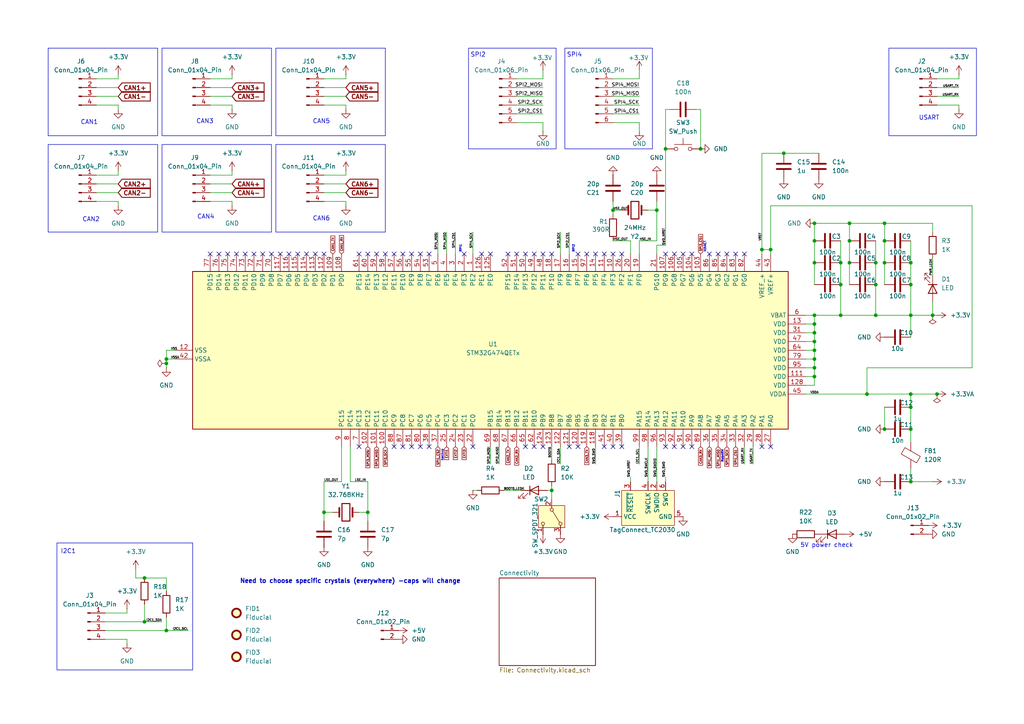
<source format=kicad_sch>
(kicad_sch (version 20250114) (generator "eeschema") (generator_version "9.0")
  (paper "A4")
  (rectangle (start 13.97 41.91) (end 45.72 67.31))
  (rectangle (start 135.89 13.97) (end 161.29 43.18))
  (rectangle (start 46.99 13.97) (end 78.74 39.37))
  (rectangle (start 16.51 157.48) (end 55.88 194.31))
  (rectangle (start 80.01 13.97) (end 111.76 39.37))
  (rectangle (start 46.99 41.91) (end 78.74 67.31))
  (rectangle (start 80.01 41.91) (end 111.76 67.31))
  (rectangle (start 163.83 13.97) (end 189.23 43.18))
  (rectangle (start 257.81 13.97) (end 283.21 39.37))
  (rectangle (start 13.97 13.97) (end 45.72 39.37))
  (text "SPI2" (at 138.684 16.002 0) (effects (font (size 1.27 1.27))))
  (text "CAN2" (at 26.416 63.754 0) (effects (font (size 1.27 1.27))))
  (text "RobARM" (at 209.55 132.334 90) (effects (font (size 0.635 0.635))))
  (text "USART\n" (at 269.494 34.29 0) (effects (font (size 1.27 1.27))))
  (text "CAN1" (at 25.908 35.56 0) (effects (font (size 1.27 1.27))))
  (text "5V power check" (at 239.776 158.242 0) (effects (font (size 1.27 1.27))))
  (text "RPI1" (at 133.604 72.136 90) (effects (font (size 0.635 0.635))))
  (text "backup" (at 128.27 132.08 90) (effects (font (size 0.635 0.635))))
  (text "CAN6" (at 93.218 63.5 0) (effects (font (size 1.27 1.27))))
  (text "SPI4" (at 166.624 16.002 0) (effects (font (size 1.27 1.27))))
  (text "4thACT" (at 204.47 71.628 90) (effects (font (size 0.635 0.635))))
  (text "CAN5" (at 93.218 35.306 0) (effects (font (size 1.27 1.27))))
  (text "CAN3" (at 59.436 35.306 0) (effects (font (size 1.27 1.27))))
  (text "I2C1" (at 19.812 160.02 0) (effects (font (size 1.27 1.27))))
  (text "RPI2" (at 166.37 72.136 90) (effects (font (size 0.635 0.635))))
  (text "CAN4" (at 59.69 62.992 0) (effects (font (size 1.27 1.27))))
  (text "Need to choose specific crystals (everywhere) -caps will change" (at 101.6 168.656 0) (effects (font (size 1.27 1.27) (thickness 0.254) (bold yes))))
  (junction (at 106.68 148.59))
  (junction (at 254 91.44))
  (junction (at 256.54 124.46))
  (junction (at 251.46 114.3))
  (junction (at 48.26 182.88))
  (junction (at 236.22 96.52))
  (junction (at 243.84 76.2))
  (junction (at 264.16 118.11))
  (junction (at 264.16 76.2))
  (junction (at 246.38 64.77))
  (junction (at 264.16 124.46))
  (junction (at 236.22 99.06))
  (junction (at 264.16 139.7))
  (junction (at 41.91 167.64))
  (junction (at 236.22 106.68))
  (junction (at 236.22 93.98))
  (junction (at 236.22 104.14))
  (junction (at 203.2 43.18))
  (junction (at 41.91 180.34))
  (junction (at 256.54 69.85))
  (junction (at 270.51 91.44))
  (junction (at 190.5 60.96))
  (junction (at 193.04 43.18))
  (junction (at 243.84 82.55))
  (junction (at 256.54 64.77))
  (junction (at 246.38 76.2))
  (junction (at 246.38 69.85))
  (junction (at 254 76.2))
  (junction (at 236.22 69.85))
  (junction (at 93.98 148.59))
  (junction (at 243.84 91.44))
  (junction (at 271.78 114.3))
  (junction (at 264.16 91.44))
  (junction (at 254 82.55))
  (junction (at 160.02 142.24))
  (junction (at 236.22 76.2))
  (junction (at 236.22 109.22))
  (junction (at 177.8 60.96))
  (junction (at 256.54 76.2))
  (junction (at 48.26 105.41))
  (junction (at 48.26 104.14))
  (junction (at 223.52 72.39))
  (junction (at 264.16 82.55))
  (junction (at 236.22 91.44))
  (junction (at 236.22 101.6))
  (junction (at 227.33 44.45))
  (junction (at 236.22 64.77))
  (junction (at 220.98 72.39))
  (junction (at 264.16 114.3))
  (no_connect (at 170.18 73.66))
  (no_connect (at 114.3 73.66))
  (no_connect (at 167.64 73.66))
  (no_connect (at 215.9 73.66))
  (no_connect (at 172.72 73.66))
  (no_connect (at 154.94 73.66))
  (no_connect (at 78.74 73.66))
  (no_connect (at 152.4 129.54))
  (no_connect (at 160.02 73.66))
  (no_connect (at 116.84 73.66))
  (no_connect (at 157.48 73.66))
  (no_connect (at 83.82 73.66))
  (no_connect (at 193.04 73.66))
  (no_connect (at 104.14 73.66))
  (no_connect (at 175.26 73.66))
  (no_connect (at 71.12 73.66))
  (no_connect (at 147.32 73.66))
  (no_connect (at 88.9 73.66))
  (no_connect (at 220.98 129.54))
  (no_connect (at 124.46 129.54))
  (no_connect (at 73.66 73.66))
  (no_connect (at 66.04 73.66))
  (no_connect (at 175.26 129.54))
  (no_connect (at 104.14 129.54))
  (no_connect (at 119.38 73.66))
  (no_connect (at 91.44 73.66))
  (no_connect (at 114.3 129.54))
  (no_connect (at 86.36 73.66))
  (no_connect (at 198.12 129.54))
  (no_connect (at 210.82 73.66))
  (no_connect (at 205.74 73.66))
  (no_connect (at 68.58 73.66))
  (no_connect (at 121.92 73.66))
  (no_connect (at 116.84 129.54))
  (no_connect (at 177.8 129.54))
  (no_connect (at 76.2 73.66))
  (no_connect (at 167.64 129.54))
  (no_connect (at 109.22 73.66))
  (no_connect (at 60.96 73.66))
  (no_connect (at 81.28 73.66))
  (no_connect (at 180.34 73.66))
  (no_connect (at 124.46 73.66))
  (no_connect (at 200.66 129.54))
  (no_connect (at 165.1 129.54))
  (no_connect (at 137.16 129.54))
  (no_connect (at 223.52 129.54))
  (no_connect (at 195.58 73.66))
  (no_connect (at 119.38 129.54))
  (no_connect (at 134.62 73.66))
  (no_connect (at 198.12 73.66))
  (no_connect (at 154.94 129.54))
  (no_connect (at 195.58 129.54))
  (no_connect (at 193.04 129.54))
  (no_connect (at 149.86 73.66))
  (no_connect (at 106.68 73.66))
  (no_connect (at 121.92 129.54))
  (no_connect (at 157.48 129.54))
  (no_connect (at 152.4 73.66))
  (no_connect (at 139.7 73.66))
  (no_connect (at 180.34 129.54))
  (no_connect (at 142.24 73.66))
  (no_connect (at 177.8 73.66))
  (no_connect (at 213.36 73.66))
  (no_connect (at 208.28 73.66))
  (no_connect (at 111.76 73.66))
  (no_connect (at 200.66 73.66))
  (no_connect (at 93.98 73.66))
  (no_connect (at 63.5 73.66))
  (wire (pts (xy 36.83 185.42) (xy 36.83 186.69)))
  (wire (pts (xy 177.8 22.86) (xy 185.42 22.86)))
  (wire (pts (xy 223.52 72.39) (xy 220.98 72.39)))
  (wire (pts (xy 190.5 60.96) (xy 187.96 60.96)))
  (wire (pts (xy 34.29 49.53) (xy 34.29 50.8)))
  (wire (pts (xy 236.22 111.76) (xy 233.68 111.76)))
  (wire (pts (xy 41.91 167.64) (xy 39.37 167.64)))
  (wire (pts (xy 67.31 30.48) (xy 67.31 31.75)))
  (wire (pts (xy 218.44 129.54) (xy 218.44 134.62)))
  (wire (pts (xy 281.94 106.68) (xy 251.46 106.68)))
  (wire (pts (xy 185.42 69.85) (xy 185.42 73.66)))
  (wire (pts (xy 236.22 96.52) (xy 236.22 99.06)))
  (wire (pts (xy 233.68 99.06) (xy 236.22 99.06)))
  (wire (pts (xy 48.26 171.45) (xy 48.26 167.64)))
  (wire (pts (xy 264.16 76.2) (xy 264.16 82.55)))
  (wire (pts (xy 27.94 22.86) (xy 34.29 22.86)))
  (wire (pts (xy 48.26 104.14) (xy 48.26 105.41)))
  (wire (pts (xy 270.51 87.63) (xy 270.51 91.44)))
  (wire (pts (xy 177.8 33.02) (xy 185.42 33.02)))
  (wire (pts (xy 236.22 69.85) (xy 236.22 76.2)))
  (wire (pts (xy 157.48 35.56) (xy 157.48 38.1)))
  (wire (pts (xy 160.02 129.54) (xy 160.02 133.35)))
  (wire (pts (xy 233.68 106.68) (xy 236.22 106.68)))
  (wire (pts (xy 236.22 64.77) (xy 236.22 69.85)))
  (wire (pts (xy 264.16 135.89) (xy 264.16 139.7)))
  (wire (pts (xy 236.22 91.44) (xy 236.22 93.98)))
  (wire (pts (xy 182.88 69.85) (xy 182.88 73.66)))
  (wire (pts (xy 254 69.85) (xy 254 76.2)))
  (wire (pts (xy 60.96 50.8) (xy 67.31 50.8)))
  (wire (pts (xy 264.16 124.46) (xy 264.16 118.11)))
  (wire (pts (xy 60.96 30.48) (xy 67.31 30.48)))
  (wire (pts (xy 93.98 58.42) (xy 100.33 58.42)))
  (wire (pts (xy 41.91 175.26) (xy 41.91 180.34)))
  (wire (pts (xy 278.13 30.48) (xy 278.13 31.75)))
  (wire (pts (xy 236.22 76.2) (xy 236.22 82.55)))
  (wire (pts (xy 264.16 82.55) (xy 264.16 91.44)))
  (wire (pts (xy 215.9 129.54) (xy 215.9 134.62)))
  (wire (pts (xy 223.52 72.39) (xy 223.52 59.69)))
  (wire (pts (xy 185.42 69.85) (xy 190.5 69.85)))
  (wire (pts (xy 243.84 91.44) (xy 236.22 91.44)))
  (wire (pts (xy 187.96 129.54) (xy 187.96 139.7)))
  (wire (pts (xy 264.16 91.44) (xy 270.51 91.44)))
  (wire (pts (xy 233.68 101.6) (xy 236.22 101.6)))
  (wire (pts (xy 100.33 49.53) (xy 100.33 50.8)))
  (wire (pts (xy 34.29 21.59) (xy 34.29 22.86)))
  (wire (pts (xy 243.84 82.55) (xy 243.84 91.44)))
  (wire (pts (xy 271.78 22.86) (xy 278.13 22.86)))
  (wire (pts (xy 93.98 151.13) (xy 93.98 148.59)))
  (wire (pts (xy 256.54 82.55) (xy 256.54 76.2)))
  (wire (pts (xy 180.34 60.96) (xy 177.8 60.96)))
  (wire (pts (xy 67.31 21.59) (xy 67.31 22.86)))
  (wire (pts (xy 27.94 53.34) (xy 34.29 53.34)))
  (wire (pts (xy 236.22 64.77) (xy 246.38 64.77)))
  (wire (pts (xy 177.8 35.56) (xy 185.42 35.56)))
  (wire (pts (xy 30.48 182.88) (xy 48.26 182.88)))
  (wire (pts (xy 149.86 22.86) (xy 157.48 22.86)))
  (wire (pts (xy 246.38 64.77) (xy 256.54 64.77)))
  (wire (pts (xy 190.5 58.42) (xy 190.5 60.96)))
  (wire (pts (xy 149.86 27.94) (xy 157.48 27.94)))
  (wire (pts (xy 223.52 59.69) (xy 281.94 59.69)))
  (wire (pts (xy 157.48 20.32) (xy 157.48 22.86)))
  (wire (pts (xy 99.06 129.54) (xy 99.06 139.7)))
  (wire (pts (xy 185.42 129.54) (xy 185.42 134.62)))
  (wire (pts (xy 48.26 104.14) (xy 50.8 104.14)))
  (wire (pts (xy 160.02 142.24) (xy 160.02 144.78)))
  (wire (pts (xy 190.5 71.12) (xy 193.04 71.12)))
  (wire (pts (xy 256.54 118.11) (xy 256.54 124.46)))
  (wire (pts (xy 93.98 27.94) (xy 100.33 27.94)))
  (wire (pts (xy 48.26 179.07) (xy 48.26 182.88)))
  (wire (pts (xy 236.22 93.98) (xy 236.22 96.52)))
  (wire (pts (xy 34.29 58.42) (xy 34.29 59.69)))
  (wire (pts (xy 48.26 101.6) (xy 50.8 101.6)))
  (wire (pts (xy 270.51 67.31) (xy 270.51 64.77)))
  (wire (pts (xy 246.38 76.2) (xy 246.38 69.85)))
  (wire (pts (xy 104.14 148.59) (xy 106.68 148.59)))
  (wire (pts (xy 106.68 148.59) (xy 106.68 139.7)))
  (wire (pts (xy 246.38 69.85) (xy 246.38 64.77)))
  (wire (pts (xy 190.5 73.66) (xy 190.5 71.12)))
  (wire (pts (xy 149.86 25.4) (xy 157.48 25.4)))
  (wire (pts (xy 106.68 151.13) (xy 106.68 148.59)))
  (wire (pts (xy 236.22 106.68) (xy 236.22 109.22)))
  (wire (pts (xy 142.24 129.54) (xy 142.24 134.62)))
  (wire (pts (xy 149.86 30.48) (xy 157.48 30.48)))
  (wire (pts (xy 129.54 67.31) (xy 129.54 73.66)))
  (wire (pts (xy 93.98 30.48) (xy 100.33 30.48)))
  (wire (pts (xy 36.83 176.53) (xy 36.83 177.8)))
  (wire (pts (xy 93.98 148.59) (xy 96.52 148.59)))
  (wire (pts (xy 278.13 21.59) (xy 278.13 22.86)))
  (wire (pts (xy 193.04 138.43) (xy 193.04 139.7)))
  (wire (pts (xy 162.56 129.54) (xy 162.56 134.62)))
  (wire (pts (xy 243.84 91.44) (xy 254 91.44)))
  (wire (pts (xy 27.94 50.8) (xy 34.29 50.8)))
  (wire (pts (xy 254 76.2) (xy 254 82.55)))
  (wire (pts (xy 246.38 82.55) (xy 246.38 76.2)))
  (wire (pts (xy 193.04 31.75) (xy 194.31 31.75)))
  (wire (pts (xy 177.8 25.4) (xy 185.42 25.4)))
  (wire (pts (xy 27.94 25.4) (xy 34.29 25.4)))
  (wire (pts (xy 271.78 30.48) (xy 278.13 30.48)))
  (wire (pts (xy 185.42 35.56) (xy 185.42 38.1)))
  (wire (pts (xy 270.51 74.93) (xy 270.51 80.01)))
  (wire (pts (xy 185.42 20.32) (xy 185.42 22.86)))
  (wire (pts (xy 193.04 31.75) (xy 193.04 43.18)))
  (wire (pts (xy 220.98 44.45) (xy 220.98 72.39)))
  (wire (pts (xy 30.48 180.34) (xy 41.91 180.34)))
  (wire (pts (xy 203.2 31.75) (xy 203.2 43.18)))
  (wire (pts (xy 243.84 76.2) (xy 243.84 82.55)))
  (wire (pts (xy 271.78 27.94) (xy 278.13 27.94)))
  (wire (pts (xy 41.91 180.34) (xy 46.99 180.34)))
  (wire (pts (xy 254 91.44) (xy 264.16 91.44)))
  (wire (pts (xy 236.22 104.14) (xy 236.22 106.68)))
  (wire (pts (xy 160.02 140.97) (xy 160.02 142.24)))
  (wire (pts (xy 67.31 49.53) (xy 67.31 50.8)))
  (wire (pts (xy 146.05 142.24) (xy 151.13 142.24)))
  (wire (pts (xy 264.16 124.46) (xy 264.16 128.27)))
  (wire (pts (xy 93.98 55.88) (xy 100.33 55.88)))
  (wire (pts (xy 34.29 30.48) (xy 34.29 31.75)))
  (wire (pts (xy 264.16 69.85) (xy 264.16 76.2)))
  (wire (pts (xy 233.68 104.14) (xy 236.22 104.14)))
  (wire (pts (xy 177.8 27.94) (xy 185.42 27.94)))
  (wire (pts (xy 48.26 182.88) (xy 54.61 182.88)))
  (wire (pts (xy 264.16 114.3) (xy 271.78 114.3)))
  (wire (pts (xy 162.56 67.31) (xy 162.56 73.66)))
  (wire (pts (xy 236.22 101.6) (xy 236.22 104.14)))
  (wire (pts (xy 233.68 109.22) (xy 236.22 109.22)))
  (wire (pts (xy 236.22 109.22) (xy 236.22 111.76)))
  (wire (pts (xy 233.68 93.98) (xy 236.22 93.98)))
  (wire (pts (xy 149.86 35.56) (xy 157.48 35.56)))
  (wire (pts (xy 27.94 58.42) (xy 34.29 58.42)))
  (wire (pts (xy 264.16 118.11) (xy 264.16 114.3)))
  (wire (pts (xy 144.78 129.54) (xy 144.78 134.62)))
  (wire (pts (xy 233.68 114.3) (xy 251.46 114.3)))
  (wire (pts (xy 30.48 185.42) (xy 36.83 185.42)))
  (wire (pts (xy 220.98 72.39) (xy 220.98 73.66)))
  (wire (pts (xy 60.96 53.34) (xy 67.31 53.34)))
  (wire (pts (xy 100.33 58.42) (xy 100.33 59.69)))
  (wire (pts (xy 93.98 148.59) (xy 93.98 139.7)))
  (wire (pts (xy 251.46 106.68) (xy 251.46 114.3)))
  (wire (pts (xy 67.31 58.42) (xy 67.31 59.69)))
  (wire (pts (xy 27.94 55.88) (xy 34.29 55.88)))
  (wire (pts (xy 60.96 25.4) (xy 67.31 25.4)))
  (wire (pts (xy 158.75 142.24) (xy 160.02 142.24)))
  (wire (pts (xy 251.46 114.3) (xy 264.16 114.3)))
  (wire (pts (xy 256.54 64.77) (xy 270.51 64.77)))
  (wire (pts (xy 127 67.31) (xy 127 73.66)))
  (wire (pts (xy 27.94 27.94) (xy 34.29 27.94)))
  (wire (pts (xy 271.78 25.4) (xy 278.13 25.4)))
  (wire (pts (xy 264.16 91.44) (xy 264.16 97.79)))
  (wire (pts (xy 60.96 55.88) (xy 67.31 55.88)))
  (wire (pts (xy 201.93 31.75) (xy 203.2 31.75)))
  (wire (pts (xy 137.16 67.31) (xy 137.16 73.66)))
  (wire (pts (xy 233.68 96.52) (xy 236.22 96.52)))
  (wire (pts (xy 182.88 138.43) (xy 182.88 139.7)))
  (wire (pts (xy 60.96 22.86) (xy 67.31 22.86)))
  (wire (pts (xy 177.8 58.42) (xy 177.8 60.96)))
  (wire (pts (xy 137.16 142.24) (xy 138.43 142.24)))
  (wire (pts (xy 193.04 71.12) (xy 193.04 43.18)))
  (wire (pts (xy 48.26 101.6) (xy 48.26 104.14)))
  (wire (pts (xy 100.33 30.48) (xy 100.33 31.75)))
  (wire (pts (xy 149.86 33.02) (xy 157.48 33.02)))
  (wire (pts (xy 237.49 44.45) (xy 227.33 44.45)))
  (wire (pts (xy 271.78 91.44) (xy 270.51 91.44)))
  (wire (pts (xy 106.68 139.7) (xy 101.6 139.7)))
  (wire (pts (xy 48.26 105.41) (xy 48.26 106.68)))
  (wire (pts (xy 93.98 139.7) (xy 99.06 139.7)))
  (wire (pts (xy 177.8 69.85) (xy 182.88 69.85)))
  (wire (pts (xy 48.26 167.64) (xy 41.91 167.64)))
  (wire (pts (xy 93.98 25.4) (xy 100.33 25.4)))
  (wire (pts (xy 223.52 73.66) (xy 223.52 72.39)))
  (wire (pts (xy 236.22 99.06) (xy 236.22 101.6)))
  (wire (pts (xy 165.1 67.31) (xy 165.1 73.66)))
  (wire (pts (xy 100.33 21.59) (xy 100.33 22.86)))
  (wire (pts (xy 281.94 59.69) (xy 281.94 106.68)))
  (wire (pts (xy 93.98 22.86) (xy 100.33 22.86)))
  (wire (pts (xy 264.16 139.7) (xy 270.51 139.7)))
  (wire (pts (xy 256.54 76.2) (xy 256.54 69.85)))
  (wire (pts (xy 101.6 129.54) (xy 101.6 139.7)))
  (wire (pts (xy 177.8 60.96) (xy 177.8 62.23)))
  (wire (pts (xy 60.96 58.42) (xy 67.31 58.42)))
  (wire (pts (xy 177.8 30.48) (xy 185.42 30.48)))
  (wire (pts (xy 243.84 69.85) (xy 243.84 76.2)))
  (wire (pts (xy 254 82.55) (xy 254 91.44)))
  (wire (pts (xy 27.94 30.48) (xy 34.29 30.48)))
  (wire (pts (xy 93.98 50.8) (xy 100.33 50.8)))
  (wire (pts (xy 60.96 27.94) (xy 67.31 27.94)))
  (wire (pts (xy 30.48 177.8) (xy 36.83 177.8)))
  (wire (pts (xy 227.33 44.45) (xy 220.98 44.45)))
  (wire (pts (xy 93.98 53.34) (xy 100.33 53.34)))
  (wire (pts (xy 233.68 91.44) (xy 236.22 91.44)))
  (wire (pts (xy 190.5 129.54) (xy 190.5 139.7)))
  (wire (pts (xy 39.37 165.1) (xy 39.37 167.64)))
  (wire (pts (xy 256.54 69.85) (xy 256.54 64.77)))
  (wire (pts (xy 132.08 67.31) (xy 132.08 73.66)))
  (wire (pts (xy 172.72 129.54) (xy 172.72 134.62)))
  (wire (pts (xy 190.5 60.96) (xy 190.5 69.85)))
  (label "SPI4_SCK" (at 137.16 67.31 270) (effects (font (size 0.635 0.635))))
  (label "SPI4_MISO" (at 185.42 27.94 180) (effects (font (size 1.016 1.016))))
  (label "SPI4_CS1" (at 132.08 67.31 270) (effects (font (size 0.635 0.635))))
  (label "PWR_LEDK" (at 270.51 74.93 270) (effects (font (size 0.635 0.635))))
  (label "I2C1_SDA" (at 162.56 134.62 90) (effects (font (size 0.635 0.635))))
  (label "SPI4_MISO" (at 129.54 67.31 270) (effects (font (size 0.635 0.635))))
  (label "SPI4_SCK" (at 185.42 30.48 180) (effects (font (size 1.016 1.016))))
  (label "VDDA" (at 234.95 114.3 0) (effects (font (size 0.635 0.635))))
  (label "VREF" (at 220.98 69.85 90) (effects (font (size 0.635 0.635))))
  (label "USART_RX" (at 215.9 134.62 90) (effects (font (size 0.635 0.635))))
  (label "SPI2_SCK" (at 162.56 67.31 270) (effects (font (size 0.635 0.635))))
  (label "HSE_OUT" (at 177.8 69.85 0) (effects (font (size 0.635 0.635))))
  (label "LSE_OUT" (at 93.98 139.7 0) (effects (font (size 0.635 0.635))))
  (label "SPI4_MOSI" (at 185.42 25.4 180) (effects (font (size 1.016 1.016))))
  (label "USART_TX" (at 218.44 134.62 90) (effects (font (size 0.635 0.635))))
  (label "SWD_SWCLK" (at 187.96 138.43 90) (effects (font (size 0.635 0.635))))
  (label "SPI2_MISO" (at 144.78 134.62 90) (effects (font (size 0.635 0.635))))
  (label "I2C1_SDA" (at 46.99 180.34 180) (effects (font (size 0.635 0.635))))
  (label "SPI4_MOSI" (at 127 67.31 270) (effects (font (size 0.635 0.635))))
  (label "SPI2_CS1" (at 157.48 33.02 180) (effects (font (size 1.016 1.016))))
  (label "SPI2_MOSI" (at 142.24 134.62 90) (effects (font (size 0.635 0.635))))
  (label "HSE_OUT" (at 177.8 60.96 0) (effects (font (size 0.635 0.635))))
  (label "SPI2_SCK" (at 157.48 30.48 180) (effects (font (size 1.016 1.016))))
  (label "BOOT0_LEDK" (at 146.05 142.24 0) (effects (font (size 0.635 0.635))))
  (label "SPI2_MISO" (at 157.48 27.94 180) (effects (font (size 1.016 1.016))))
  (label "SWD_SWO" (at 172.72 134.62 90) (effects (font (size 0.635 0.635))))
  (label "SWD_SWDIO" (at 190.5 138.43 90) (effects (font (size 0.635 0.635))))
  (label "VSS" (at 49.53 101.6 0) (effects (font (size 0.635 0.635))))
  (label "I2C1_SCL" (at 185.42 134.62 90) (effects (font (size 0.635 0.635))))
  (label "VSSA" (at 49.53 104.14 0) (effects (font (size 0.635 0.635))))
  (label "HSE_IN" (at 185.42 69.85 0) (effects (font (size 0.635 0.635))))
  (label "SPI2_MOSI" (at 157.48 25.4 180) (effects (font (size 1.016 1.016))))
  (label "SWD_NRST" (at 182.88 138.43 90) (effects (font (size 0.635 0.635))))
  (label "USART_RX" (at 278.13 27.94 180) (effects (font (size 0.635 0.635))))
  (label "LSE_IN" (at 102.87 139.7 0) (effects (font (size 0.635 0.635))))
  (label "SPI2_CS1" (at 165.1 67.31 270) (effects (font (size 0.635 0.635))))
  (label "SWD_SWO" (at 193.04 138.43 90) (effects (font (size 0.635 0.635))))
  (label "I2C1_SCL" (at 54.61 182.88 180) (effects (font (size 0.635 0.635))))
  (label "BOOT0" (at 160.02 129.54 270) (effects (font (size 0.635 0.635))))
  (label "USART_TX" (at 278.13 25.4 180) (effects (font (size 0.635 0.635))))
  (label "SPI4_CS1" (at 185.42 33.02 180) (effects (font (size 1.016 1.016))))
  (label "SWD_NRST" (at 193.04 71.12 90) (effects (font (size 0.635 0.635))))
  (global_label "CAN1_TX" (shape input) (at 96.52 73.66 90) (effects (font (size 0.635 0.635))) (property "Intersheetrefs" "${INTERSHEET_REFS}" (effects (hide yes))))
  (global_label "SPI3_MOSI" (shape input) (at 106.68 129.54 270) (effects (font (size 0.635 0.635))) (property "Intersheetrefs" "${INTERSHEET_REFS}" (effects (hide yes))))
  (global_label "CAN5-" (shape input) (at 100.33 27.94 0) (effects (font (thickness 0.254) (bold yes))) (property "Intersheetrefs" "${INTERSHEET_REFS}" (effects (hide yes))))
  (global_label "EXTI3" (shape input) (at 134.62 129.54 270) (effects (font (size 0.635 0.635))) (property "Intersheetrefs" "${INTERSHEET_REFS}" (effects (hide yes))))
  (global_label "CAN2_TX" (shape input) (at 147.32 129.54 270) (effects (font (size 0.635 0.635))) (property "Intersheetrefs" "${INTERSHEET_REFS}" (effects (hide yes))))
  (global_label "CAN1-" (shape input) (at 34.29 27.94 0) (effects (font (thickness 0.254) (bold yes))) (property "Intersheetrefs" "${INTERSHEET_REFS}" (effects (hide yes))))
  (global_label "EXTI2" (shape input) (at 132.08 129.54 270) (effects (font (size 0.635 0.635))) (property "Intersheetrefs" "${INTERSHEET_REFS}" (effects (hide yes))))
  (global_label "SPI1_CS2" (shape input) (at 127 129.54 270) (effects (font (size 0.635 0.635))) (property "Intersheetrefs" "${INTERSHEET_REFS}" (effects (hide yes))))
  (global_label "CAN2_RX" (shape input) (at 149.86 129.54 270) (effects (font (size 0.635 0.635))) (property "Intersheetrefs" "${INTERSHEET_REFS}" (effects (hide yes))))
  (global_label "CAN3+" (shape input) (at 67.31 25.4 0) (effects (font (thickness 0.254) (bold yes))) (property "Intersheetrefs" "${INTERSHEET_REFS}" (effects (hide yes))))
  (global_label "CAN4-" (shape input) (at 67.31 55.88 0) (effects (font (thickness 0.254) (bold yes))) (property "Intersheetrefs" "${INTERSHEET_REFS}" (effects (hide yes))))
  (global_label "CAN3-" (shape input) (at 67.31 27.94 0) (effects (font (thickness 0.254) (bold yes))) (property "Intersheetrefs" "${INTERSHEET_REFS}" (effects (hide yes))))
  (global_label "SPI3_CS1" (shape input) (at 203.2 73.66 90) (effects (font (size 0.635 0.635))) (property "Intersheetrefs" "${INTERSHEET_REFS}" (effects (hide yes))))
  (global_label "CAN1_RX" (shape input) (at 99.06 73.66 90) (effects (font (size 0.635 0.635))) (property "Intersheetrefs" "${INTERSHEET_REFS}" (effects (hide yes))))
  (global_label "SPI3_SCK" (shape input) (at 111.76 129.54 270) (effects (font (size 0.635 0.635))) (property "Intersheetrefs" "${INTERSHEET_REFS}" (effects (hide yes))))
  (global_label "CAN2-" (shape input) (at 34.29 55.88 0) (effects (font (thickness 0.254) (bold yes))) (property "Intersheetrefs" "${INTERSHEET_REFS}" (effects (hide yes))))
  (global_label "SPI1_CS1" (shape input) (at 213.36 129.54 270) (effects (font (size 0.635 0.635))) (property "Intersheetrefs" "${INTERSHEET_REFS}" (effects (hide yes))))
  (global_label "SPI1_SCK" (shape input) (at 210.82 129.54 270) (effects (font (size 0.635 0.635))) (property "Intersheetrefs" "${INTERSHEET_REFS}" (effects (hide yes))))
  (global_label "CAN6+" (shape input) (at 100.33 53.34 0) (effects (font (thickness 0.254) (bold yes))) (property "Intersheetrefs" "${INTERSHEET_REFS}" (effects (hide yes))))
  (global_label "SPI1_MISO" (shape input) (at 208.28 129.54 270) (effects (font (size 0.635 0.635))) (property "Intersheetrefs" "${INTERSHEET_REFS}" (effects (hide yes))))
  (global_label "CAN4+" (shape input) (at 67.31 53.34 0) (effects (font (thickness 0.254) (bold yes))) (property "Intersheetrefs" "${INTERSHEET_REFS}" (effects (hide yes))))
  (global_label "CAN1+" (shape input) (at 34.29 25.4 0) (effects (font (thickness 0.254) (bold yes))) (property "Intersheetrefs" "${INTERSHEET_REFS}" (effects (hide yes))))
  (global_label "CAN5+" (shape input) (at 100.33 25.4 0) (effects (font (thickness 0.254) (bold yes))) (property "Intersheetrefs" "${INTERSHEET_REFS}" (effects (hide yes))))
  (global_label "SPI1_MOSI" (shape input) (at 205.74 129.54 270) (effects (font (size 0.635 0.635))) (property "Intersheetrefs" "${INTERSHEET_REFS}" (effects (hide yes))))
  (global_label "CAN3_TX" (shape input) (at 170.18 129.54 270) (effects (font (size 0.635 0.635))) (property "Intersheetrefs" "${INTERSHEET_REFS}" (effects (hide yes))))
  (global_label "CAN6-" (shape input) (at 100.33 55.88 0) (effects (font (thickness 0.254) (bold yes))) (property "Intersheetrefs" "${INTERSHEET_REFS}" (effects (hide yes))))
  (global_label "EXTI1" (shape input) (at 129.54 129.54 270) (effects (font (size 0.635 0.635))) (property "Intersheetrefs" "${INTERSHEET_REFS}" (effects (hide yes))))
  (global_label "SPI3_MISO" (shape input) (at 109.22 129.54 270) (effects (font (size 0.635 0.635))) (property "Intersheetrefs" "${INTERSHEET_REFS}" (effects (hide yes))))
  (global_label "CAN3_RX" (shape input) (at 203.2 129.54 270) (effects (font (size 0.635 0.635))) (property "Intersheetrefs" "${INTERSHEET_REFS}" (effects (hide yes))))
  (global_label "CAN2+" (shape input) (at 34.29 53.34 0) (effects (font (thickness 0.254) (bold yes))) (property "Intersheetrefs" "${INTERSHEET_REFS}" (effects (hide yes))))
  (symbol (lib_id "power:+3.3V") (at 34.29 49.53 0) (unit 1)
    (property "Reference" "#PWR063" (effects (hide yes)))
    (property "Value" "+3.3V" (at 34.29 44.45 0))
    (property "Description" "Power symbol creates a global label with name \"+3.3V\"" (effects (hide yes)))
  )
  (symbol (lib_id "Connector:Conn_01x04_Pin") (at 88.9 25.4 0) (unit 1)
    (property "Reference" "J10" (at 89.535 17.78 0))
    (property "Value" "Conn_01x04_Pin" (at 89.535 20.32 0))
    (property "Footprint" "Connector_PinHeader_2.54mm:PinHeader_1x04_P2.54mm_Vertical" (effects (hide yes)))
    (property "Description" "Generic connector, single row, 01x04, script generated" (effects (hide yes)))
  )
  (symbol (lib_id "Device:C") (at 260.35 97.79 270) (unit 1)
    (property "Reference" "C10" (at 262.89 96.52 90))
    (property "Value" "10u" (at 260.35 101.092 90))
    (property "Footprint" "Capacitor_SMD:C_0805_2012Metric" (effects (hide yes)))
    (property "Description" "Unpolarized capacitor" (effects (hide yes)))
    (property "Distributor Link" "https://www.mouser.in/ProductDetail/KEMET/C0805C106K8PAC?qs=IIhARexJuVhIv%2FQDeKmPJg%3D%3D" (effects (hide yes)))
    (property "Manufacturer" " KEMET" (effects (hide yes)))
    (property "Manufacturer Part Number" "C0805C106K8PAC" (effects (hide yes)))
  )
  (symbol (lib_id "power:PWR_FLAG") (at 48.26 105.41 90) (unit 1)
    (property "Reference" "#FLG03" (effects (hide yes)))
    (property "Value" "PWR_FLAG" (effects (hide yes)))
    (property "Description" "Special symbol for telling ERC where power comes from" (effects (hide yes)))
  )
  (symbol (lib_id "Device:LED") (at 241.3 154.94 0) (unit 1)
    (property "Reference" "D3" (at 241.3 148.844 0))
    (property "Value" "LED" (at 241.3 151.384 0))
    (property "Footprint" "LED_SMD:LED_0402_1005Metric" (effects (hide yes)))
    (property "Description" "Light emitting diode" (effects (hide yes)))
    (property "Sim.Pins" "1=K 2=A" (effects (hide yes)))
  )
  (symbol (lib_id "power:GND") (at 48.26 106.68 0) (unit 1)
    (property "Reference" "#PWR01" (effects (hide yes)))
    (property "Value" "GND" (at 48.26 111.76 0))
    (property "Description" "Power symbol creates a global label with name \"GND\" , ground" (effects (hide yes)))
  )
  (symbol (lib_id "power:GND") (at 269.24 154.94 90) (unit 1)
    (property "Reference" "#PWR098" (effects (hide yes)))
    (property "Value" "GND" (at 273.05 154.9399 90) (effects (justify right)))
    (property "Description" "Power symbol creates a global label with name \"GND\" , ground" (effects (hide yes)))
  )
  (symbol (lib_id "Device:C") (at 260.35 69.85 270) (unit 1)
    (property "Reference" "C9" (at 262.89 68.58 90))
    (property "Value" "100n" (at 260.35 73.152 90))
    (property "Footprint" "Capacitor_SMD:C_0402_1005Metric" (effects (hide yes)))
    (property "Description" "Unpolarized capacitor" (effects (hide yes)))
    (property "Distributor Link" "https://www.mouser.in/ProductDetail/KYOCERA-AVX/0402ZC104MAT2A?qs=O2%2FeDh0sX9yquObVEU6Iwg%3D%3D&srsltid=AfmBOooupKVTrizXOY7MewRm67dDK14oDr_2HKeP4nHc5LyhKjicP7ah" (effects (hide yes)))
    (property "Manufacturer" "KYOCERA AVX" (effects (hide yes)))
    (property "Manufacturer Part Number" "0402ZC104MAT2A" (effects (hide yes)))
  )
  (symbol (lib_id "Device:C") (at 237.49 48.26 0) (unit 1)
    (property "Reference" "C14" (at 241.3 46.9899 0) (effects (justify left)))
    (property "Value" "100n" (at 241.3 49.5299 0) (effects (justify left)))
    (property "Footprint" "Capacitor_SMD:C_0402_1005Metric" (effects (hide yes)))
    (property "Description" "Unpolarized capacitor" (effects (hide yes)))
    (property "Distributor Link" "https://www.mouser.in/ProductDetail/KYOCERA-AVX/0402ZC104MAT2A?qs=O2%2FeDh0sX9yquObVEU6Iwg%3D%3D&srsltid=AfmBOooupKVTrizXOY7MewRm67dDK14oDr_2HKeP4nHc5LyhKjicP7ah" (effects (hide yes)))
    (property "Manufacturer" "KYOCERA AVX" (effects (hide yes)))
    (property "Manufacturer Part Number" "0402ZC104MAT2A" (effects (hide yes)))
  )
  (symbol (lib_id "power:GND") (at 278.13 31.75 0) (unit 1)
    (property "Reference" "#PWR052" (effects (hide yes)))
    (property "Value" "GND" (at 278.13 36.83 0))
    (property "Description" "Power symbol creates a global label with name \"GND\" , ground" (effects (hide yes)))
  )
  (symbol (lib_id "Switch:SW_SPDT_321") (at 160.02 149.86 270) (unit 1)
    (property "Reference" "SW2" (at 154.94 144.78 90) (effects (justify left)))
    (property "Value" "SW_SPDT_321" (at 155.194 145.796 0) (effects (justify left)))
    (property "Footprint" "Button_Switch_SMD:SW_SPDT_PCM12" (effects (hide yes)))
    (property "Description" "Switch, single pole double throw" (effects (hide yes)))
  )
  (symbol (lib_id "Device:C") (at 260.35 118.11 270) (unit 1)
    (property "Reference" "C12" (at 262.89 116.84 90))
    (property "Value" "1u" (at 260.35 121.412 90))
    (property "Footprint" "Capacitor_SMD:C_0402_1005Metric" (effects (hide yes)))
    (property "Description" "Unpolarized capacitor" (effects (hide yes)))
  )
  (symbol (lib_id "power:GND") (at 100.33 59.69 0) (unit 1)
    (property "Reference" "#PWR070" (effects (hide yes)))
    (property "Value" "GND" (at 100.33 64.77 0))
    (property "Description" "Power symbol creates a global label with name \"GND\" , ground" (effects (hide yes)))
  )
  (symbol (lib_id "Device:R") (at 142.24 142.24 90) (unit 1)
    (property "Reference" "R4" (at 142.24 135.89 90))
    (property "Value" "1K" (at 142.24 138.43 90))
    (property "Footprint" "Resistor_SMD:R_0402_1005Metric" (effects (hide yes)))
    (property "Description" "Resistor" (effects (hide yes)))
  )
  (symbol (lib_id "Connector:Conn_01x04_Pin") (at 55.88 25.4 0) (unit 1)
    (property "Reference" "J8" (at 56.515 17.78 0))
    (property "Value" "Conn_01x04_Pin" (at 56.515 20.32 0))
    (property "Footprint" "Connector_PinHeader_2.54mm:PinHeader_1x04_P2.54mm_Vertical" (effects (hide yes)))
    (property "Description" "Generic connector, single row, 01x04, script generated" (effects (hide yes)))
  )
  (symbol (lib_id "power:PWR_FLAG") (at 271.78 114.3 180) (unit 1)
    (property "Reference" "#FLG02" (effects (hide yes)))
    (property "Value" "PWR_FLAG" (effects (hide yes)))
    (property "Description" "Special symbol for telling ERC where power comes from" (effects (hide yes)))
  )
  (symbol (lib_id "power:GND") (at 67.31 59.69 0) (unit 1)
    (property "Reference" "#PWR066" (effects (hide yes)))
    (property "Value" "GND" (at 67.31 64.77 0))
    (property "Description" "Power symbol creates a global label with name \"GND\" , ground" (effects (hide yes)))
  )
  (symbol (lib_id "Device:C") (at 240.03 82.55 270) (unit 1)
    (property "Reference" "C1" (at 242.57 81.28 90))
    (property "Value" "100n" (at 240.03 85.852 90))
    (property "Footprint" "Capacitor_SMD:C_0402_1005Metric" (effects (hide yes)))
    (property "Description" "Unpolarized capacitor" (effects (hide yes)))
    (property "Distributor Link" "https://www.mouser.in/ProductDetail/KYOCERA-AVX/0402ZC104MAT2A?qs=O2%2FeDh0sX9yquObVEU6Iwg%3D%3D&srsltid=AfmBOooupKVTrizXOY7MewRm67dDK14oDr_2HKeP4nHc5LyhKjicP7ah" (effects (hide yes)))
    (property "Manufacturer" "KYOCERA AVX" (effects (hide yes)))
    (property "Manufacturer Part Number" "0402ZC104MAT2A" (effects (hide yes)))
  )
  (symbol (lib_id "Device:R") (at 177.8 66.04 0) (unit 1)
    (property "Reference" "R1" (at 173.736 64.262 0) (effects (justify left)))
    (property "Value" "390R" (at 171.704 66.548 0) (effects (justify left)))
    (property "Footprint" "Resistor_SMD:R_0402_1005Metric" (effects (hide yes)))
    (property "Description" "Resistor" (effects (hide yes)))
  )
  (symbol (lib_id "Connector:Conn_01x04_Pin") (at 22.86 25.4 0) (unit 1)
    (property "Reference" "J6" (at 23.495 17.78 0))
    (property "Value" "Conn_01x04_Pin" (at 23.495 20.32 0))
    (property "Footprint" "Connector_PinHeader_2.54mm:PinHeader_1x04_P2.54mm_Vertical" (effects (hide yes)))
    (property "Description" "Generic connector, single row, 01x04, script generated" (effects (hide yes)))
  )
  (symbol (lib_id "power:+3.3V") (at 157.48 20.32 0) (unit 1)
    (property "Reference" "#PWR086" (effects (hide yes)))
    (property "Value" "+3.3V" (at 157.226 16.764 0))
    (property "Description" "Power symbol creates a global label with name \"+3.3V\"" (effects (hide yes)))
  )
  (symbol (lib_id "power:GND") (at 93.98 158.75 0) (unit 1)
    (property "Reference" "#PWR011" (effects (hide yes)))
    (property "Value" "GND" (at 93.98 163.83 0))
    (property "Description" "Power symbol creates a global label with name \"GND\" , ground" (effects (hide yes)))
  )
  (symbol (lib_id "power:GND") (at 236.22 64.77 270) (unit 1)
    (property "Reference" "#PWR03" (effects (hide yes)))
    (property "Value" "GND" (at 232.41 64.7699 90) (effects (justify right)))
    (property "Description" "Power symbol creates a global label with name \"GND\" , ground" (effects (hide yes)))
  )
  (symbol (lib_id "power:+5V") (at 245.11 154.94 270) (unit 1)
    (property "Reference" "#PWR095" (effects (hide yes)))
    (property "Value" "+5V" (at 248.92 154.9399 90) (effects (justify left)))
    (property "Description" "Power symbol creates a global label with name \"+5V\"" (effects (hide yes)))
  )
  (symbol (lib_id "Device:R") (at 270.51 71.12 0) (unit 1)
    (property "Reference" "R3" (at 273.05 69.8499 0) (effects (justify left)))
    (property "Value" "1K" (at 273.05 72.3899 0) (effects (justify left)))
    (property "Footprint" "Resistor_SMD:R_0402_1005Metric" (effects (hide yes)))
    (property "Description" "Resistor" (effects (hide yes)))
  )
  (symbol (lib_id "power:GND") (at 100.33 31.75 0) (unit 1)
    (property "Reference" "#PWR068" (effects (hide yes)))
    (property "Value" "GND" (at 100.33 36.83 0))
    (property "Description" "Power symbol creates a global label with name \"GND\" , ground" (effects (hide yes)))
  )
  (symbol (lib_id "Device:R") (at 233.68 154.94 90) (unit 1)
    (property "Reference" "R22" (at 233.68 148.59 90))
    (property "Value" "10K" (at 233.68 151.13 90))
    (property "Footprint" "Resistor_SMD:R_0402_1005Metric" (effects (hide yes)))
    (property "Description" "Resistor" (effects (hide yes)))
  )
  (symbol (lib_id "power:GND") (at 106.68 158.75 0) (unit 1)
    (property "Reference" "#PWR012" (effects (hide yes)))
    (property "Value" "GND" (at 106.68 163.83 0))
    (property "Description" "Power symbol creates a global label with name \"GND\" , ground" (effects (hide yes)))
  )
  (symbol (lib_id "Connector:Conn_01x04_Pin") (at 55.88 53.34 0) (unit 1)
    (property "Reference" "J9" (at 56.515 45.72 0))
    (property "Value" "Conn_01x04_Pin" (at 56.515 48.26 0))
    (property "Footprint" "Connector_PinHeader_2.54mm:PinHeader_1x04_P2.54mm_Vertical" (effects (hide yes)))
    (property "Description" "Generic connector, single row, 01x04, script generated" (effects (hide yes)))
  )
  (symbol (lib_id "Device:C") (at 260.35 139.7 270) (unit 1)
    (property "Reference" "C13" (at 262.89 138.43 90))
    (property "Value" "1u" (at 260.35 143.002 90))
    (property "Footprint" "Capacitor_SMD:C_0402_1005Metric" (effects (hide yes)))
    (property "Description" "Unpolarized capacitor" (effects (hide yes)))
  )
  (symbol (lib_id "power:+3.3V") (at 34.29 21.59 0) (unit 1)
    (property "Reference" "#PWR055" (effects (hide yes)))
    (property "Value" "+3.3V" (at 34.29 16.51 0))
    (property "Description" "Power symbol creates a global label with name \"+3.3V\"" (effects (hide yes)))
  )
  (symbol (lib_id "power:GND") (at 157.48 38.1 0) (unit 1)
    (property "Reference" "#PWR087" (effects (hide yes)))
    (property "Value" "GND" (at 157.48 41.656 0))
    (property "Description" "Power symbol creates a global label with name \"GND\" , ground" (effects (hide yes)))
  )
  (symbol (lib_id "Device:C") (at 250.19 76.2 270) (unit 1)
    (property "Reference" "C5" (at 252.73 74.93 90))
    (property "Value" "100n" (at 250.19 79.502 90))
    (property "Footprint" "Capacitor_SMD:C_0402_1005Metric" (effects (hide yes)))
    (property "Description" "Unpolarized capacitor" (effects (hide yes)))
    (property "Distributor Link" "https://www.mouser.in/ProductDetail/KYOCERA-AVX/0402ZC104MAT2A?qs=O2%2FeDh0sX9yquObVEU6Iwg%3D%3D&srsltid=AfmBOooupKVTrizXOY7MewRm67dDK14oDr_2HKeP4nHc5LyhKjicP7ah" (effects (hide yes)))
    (property "Manufacturer" "KYOCERA AVX" (effects (hide yes)))
    (property "Manufacturer Part Number" "0402ZC104MAT2A" (effects (hide yes)))
  )
  (symbol (lib_id "Device:C") (at 250.19 69.85 270) (unit 1)
    (property "Reference" "C4" (at 252.73 68.58 90))
    (property "Value" "100n" (at 250.19 73.152 90))
    (property "Footprint" "Capacitor_SMD:C_0402_1005Metric" (effects (hide yes)))
    (property "Description" "Unpolarized capacitor" (effects (hide yes)))
    (property "Distributor Link" "https://www.mouser.in/ProductDetail/KYOCERA-AVX/0402ZC104MAT2A?qs=O2%2FeDh0sX9yquObVEU6Iwg%3D%3D&srsltid=AfmBOooupKVTrizXOY7MewRm67dDK14oDr_2HKeP4nHc5LyhKjicP7ah" (effects (hide yes)))
    (property "Manufacturer" "KYOCERA AVX" (effects (hide yes)))
    (property "Manufacturer Part Number" "0402ZC104MAT2A" (effects (hide yes)))
  )
  (symbol (lib_id "Device:C") (at 106.68 154.94 0) (unit 1)
    (property "Reference" "C17" (at 110.49 153.6699 0) (effects (justify left)))
    (property "Value" "7p" (at 110.49 156.2099 0) (effects (justify left)))
    (property "Footprint" "Capacitor_SMD:C_0402_1005Metric" (effects (hide yes)))
    (property "Description" "Unpolarized capacitor" (effects (hide yes)))
  )
  (symbol (lib_id "power:GND") (at 162.56 154.94 0) (unit 1)
    (property "Reference" "#PWR016" (effects (hide yes)))
    (property "Value" "GND" (at 162.56 160.02 0))
    (property "Description" "Power symbol creates a global label with name \"GND\" , ground" (effects (hide yes)))
  )
  (symbol (lib_id "power:GND") (at 185.42 38.1 0) (unit 1)
    (property "Reference" "#PWR089" (effects (hide yes)))
    (property "Value" "GND" (at 185.42 41.656 0))
    (property "Description" "Power symbol creates a global label with name \"GND\" , ground" (effects (hide yes)))
  )
  (symbol (lib_id "power:GND") (at 237.49 52.07 0) (unit 1)
    (property "Reference" "#PWR010" (effects (hide yes)))
    (property "Value" "GND" (at 237.49 57.15 0))
    (property "Description" "Power symbol creates a global label with name \"GND\" , ground" (effects (hide yes)))
  )
  (symbol (lib_id "power:GND") (at 203.2 43.18 90) (unit 1)
    (property "Reference" "#PWR015" (effects (hide yes)))
    (property "Value" "GND" (at 207.01 43.1799 90) (effects (justify right)))
    (property "Description" "Power symbol creates a global label with name \"GND\" , ground" (effects (hide yes)))
  )
  (symbol (lib_id "power:GND") (at 36.83 186.69 0) (unit 1)
    (property "Reference" "#PWR084" (effects (hide yes)))
    (property "Value" "GND" (at 36.83 191.77 0))
    (property "Description" "Power symbol creates a global label with name \"GND\" , ground" (effects (hide yes)))
  )
  (symbol (lib_id "Device:C") (at 240.03 69.85 270) (unit 1)
    (property "Reference" "C3" (at 242.57 68.58 90))
    (property "Value" "100n" (at 240.03 73.152 90))
    (property "Footprint" "Capacitor_SMD:C_0402_1005Metric" (effects (hide yes)))
    (property "Description" "Unpolarized capacitor" (effects (hide yes)))
    (property "Distributor Link" "https://www.mouser.in/ProductDetail/KYOCERA-AVX/0402ZC104MAT2A?qs=O2%2FeDh0sX9yquObVEU6Iwg%3D%3D&srsltid=AfmBOooupKVTrizXOY7MewRm67dDK14oDr_2HKeP4nHc5LyhKjicP7ah" (effects (hide yes)))
    (property "Manufacturer" "KYOCERA AVX" (effects (hide yes)))
    (property "Manufacturer Part Number" "0402ZC104MAT2A" (effects (hide yes)))
  )
  (symbol (lib_id "power:+3.3V") (at 67.31 21.59 0) (unit 1)
    (property "Reference" "#PWR057" (effects (hide yes)))
    (property "Value" "+3.3V" (at 67.31 16.51 0))
    (property "Description" "Power symbol creates a global label with name \"+3.3V\"" (effects (hide yes)))
  )
  (symbol (lib_id "Connector:Conn_01x02_Pin") (at 110.49 182.88 0) (unit 1)
    (property "Reference" "J12" (at 111.125 177.8 0))
    (property "Value" "Conn_01x02_Pin" (at 111.125 180.34 0))
    (property "Footprint" "Connector_PinHeader_2.54mm:PinHeader_1x02_P2.54mm_Vertical" (effects (hide yes)))
    (property "Description" "Generic connector, single row, 01x02, script generated" (effects (hide yes)))
  )
  (symbol (lib_id "Device:LED") (at 154.94 142.24 0) (unit 1)
    (property "Reference" "D2" (at 153.3525 135.89 0))
    (property "Value" "LED" (at 153.3525 138.43 0))
    (property "Footprint" "LED_SMD:LED_0402_1005Metric" (effects (hide yes)))
    (property "Description" "Light emitting diode" (effects (hide yes)))
    (property "Sim.Pins" "1=K 2=A" (effects (hide yes)))
  )
  (symbol (lib_id "Connector:Conn_ARM_SWD_TagConnect_TC2030") (at 187.96 147.32 90) (unit 1) (in_bom no)
    (property "Reference" "J1" (at 179.07 141.986 0) (effects (justify right)))
    (property "Value" "TagConnect_TC2030" (at 176.784 153.67 90) (effects (justify right)))
    (property "Footprint" "Connector:Tag-Connect_TC2030-IDC-FP_2x03_P1.27mm_Vertical" (effects (hide yes)))
    (property "Datasheet" "https://www.tag-connect.com/wp-content/uploads/bsk-pdf-manager/TC2030-CTX_1.pdf" (effects (hide yes)))
    (property "Description" "Tag-Connect ARM Cortex SWD JTAG connector, 6 pin" (effects (hide yes)))
  )
  (symbol (lib_id "power:GND") (at 256.54 139.7 270) (unit 1)
    (property "Reference" "#PWR08" (effects (hide yes)))
    (property "Value" "GND" (at 252.73 139.6999 90) (effects (justify right)))
    (property "Description" "Power symbol creates a global label with name \"GND\" , ground" (effects (hide yes)))
  )
  (symbol (lib_id "power:GND") (at 229.87 154.94 0) (unit 1)
    (property "Reference" "#PWR096" (effects (hide yes)))
    (property "Value" "GND" (at 229.87 160.02 0))
    (property "Description" "Power symbol creates a global label with name \"GND\" , ground" (effects (hide yes)))
  )
  (symbol (lib_id "Device:C") (at 177.8 54.61 180) (unit 1)
    (property "Reference" "C21" (at 173.99 55.8801 0) (effects (justify left)))
    (property "Value" "20p" (at 173.99 53.3401 0) (effects (justify left)))
    (property "Footprint" "Capacitor_SMD:C_0402_1005Metric" (effects (hide yes)))
    (property "Description" "Unpolarized capacitor" (effects (hide yes)))
  )
  (symbol (lib_id "power:GND") (at 227.33 52.07 0) (unit 1)
    (property "Reference" "#PWR09" (effects (hide yes)))
    (property "Value" "GND" (at 227.33 57.15 0))
    (property "Description" "Power symbol creates a global label with name \"GND\" , ground" (effects (hide yes)))
  )
  (symbol (lib_id "power:GND") (at 137.16 142.24 0) (unit 1)
    (property "Reference" "#PWR020" (effects (hide yes)))
    (property "Value" "GND" (at 137.16 147.32 0))
    (property "Description" "Power symbol creates a global label with name \"GND\" , ground" (effects (hide yes)))
  )
  (symbol (lib_id "power:+3.3V") (at 157.48 154.94 180) (unit 1)
    (property "Reference" "#PWR017" (effects (hide yes)))
    (property "Value" "+3.3V" (at 157.48 160.02 0))
    (property "Description" "Power symbol creates a global label with name \"+3.3V\"" (effects (hide yes)))
  )
  (symbol (lib_id "power:+3.3V") (at 271.78 91.44 270) (unit 1)
    (property "Reference" "#PWR02" (effects (hide yes)))
    (property "Value" "+3.3V" (at 275.59 91.4399 90) (effects (justify left)))
    (property "Description" "Power symbol creates a global label with name \"+3.3V\"" (effects (hide yes)))
  )
  (symbol (lib_id "power:GND") (at 190.5 50.8 180) (unit 1)
    (property "Reference" "#PWR013" (effects (hide yes)))
    (property "Value" "GND" (at 190.5 45.72 0))
    (property "Description" "Power symbol creates a global label with name \"GND\" , ground" (effects (hide yes)))
  )
  (symbol (lib_id "power:+3.3V") (at 269.24 152.4 270) (unit 1)
    (property "Reference" "#PWR097" (effects (hide yes)))
    (property "Value" "+3.3V" (at 273.05 152.3999 90) (effects (justify left)))
    (property "Description" "Power symbol creates a global label with name \"+3.3V\"" (effects (hide yes)))
  )
  (symbol (lib_id "power:GND") (at 256.54 124.46 270) (unit 1)
    (property "Reference" "#PWR07" (effects (hide yes)))
    (property "Value" "GND" (at 252.73 124.4599 90) (effects (justify right)))
    (property "Description" "Power symbol creates a global label with name \"GND\" , ground" (effects (hide yes)))
  )
  (symbol (lib_id "power:+3.3V") (at 278.13 21.59 0) (unit 1)
    (property "Reference" "#PWR051" (effects (hide yes)))
    (property "Value" "+3.3V" (at 278.13 16.51 0))
    (property "Description" "Power symbol creates a global label with name \"+3.3V\"" (effects (hide yes)))
  )
  (symbol (lib_id "power:GND") (at 198.12 149.86 0) (unit 1)
    (property "Reference" "#PWR019" (effects (hide yes)))
    (property "Value" "GND" (at 198.12 154.94 0))
    (property "Description" "Power symbol creates a global label with name \"GND\" , ground" (effects (hide yes)))
  )
  (symbol (lib_id "power:+3.3V") (at 100.33 49.53 0) (unit 1)
    (property "Reference" "#PWR069" (effects (hide yes)))
    (property "Value" "+3.3V" (at 100.33 44.45 0))
    (property "Description" "Power symbol creates a global label with name \"+3.3V\"" (effects (hide yes)))
  )
  (symbol (lib_id "Connector:Conn_01x04_Pin") (at 266.7 25.4 0) (unit 1)
    (property "Reference" "J2" (at 267.335 17.78 0))
    (property "Value" "Conn_01x04_Pin" (at 267.335 20.32 0))
    (property "Footprint" "Connector_PinHeader_2.54mm:PinHeader_1x04_P2.54mm_Vertical" (effects (hide yes)))
    (property "Description" "Generic connector, single row, 01x04, script generated" (effects (hide yes)))
  )
  (symbol (lib_id "Connector:Conn_01x06_Pin") (at 172.72 27.94 0) (unit 1)
    (property "Reference" "J5" (at 173.355 17.78 0))
    (property "Value" "Conn_01x06_Pin" (at 173.355 20.32 0))
    (property "Footprint" "Connector_PinHeader_2.54mm:PinHeader_1x06_P2.54mm_Horizontal" (effects (hide yes)))
    (property "Description" "Generic connector, single row, 01x06, script generated" (effects (hide yes)))
  )
  (symbol (lib_id "power:+5V") (at 115.57 182.88 270) (unit 1)
    (property "Reference" "#PWR093" (effects (hide yes)))
    (property "Value" "+5V" (at 119.38 182.8799 90) (effects (justify left)))
    (property "Description" "Power symbol creates a global label with name \"+5V\"" (effects (hide yes)))
  )
  (symbol (lib_id "Connector:Conn_01x04_Pin") (at 22.86 53.34 0) (unit 1)
    (property "Reference" "J7" (at 23.495 45.72 0))
    (property "Value" "Conn_01x04_Pin" (at 23.495 48.26 0))
    (property "Footprint" "Connector_PinHeader_2.54mm:PinHeader_1x04_P2.54mm_Vertical" (effects (hide yes)))
    (property "Description" "Generic connector, single row, 01x04, script generated" (effects (hide yes)))
  )
  (symbol (lib_id "Device:C") (at 93.98 154.94 0) (unit 1)
    (property "Reference" "C16" (at 97.79 153.6699 0) (effects (justify left)))
    (property "Value" "7p" (at 97.79 156.2099 0) (effects (justify left)))
    (property "Footprint" "Capacitor_SMD:C_0402_1005Metric" (effects (hide yes)))
    (property "Description" "Unpolarized capacitor" (effects (hide yes)))
  )
  (symbol (lib_id "Connector:Conn_01x06_Pin") (at 144.78 27.94 0) (unit 1)
    (property "Reference" "J4" (at 145.415 17.78 0))
    (property "Value" "Conn_01x06_Pin" (at 145.415 20.32 0))
    (property "Footprint" "Connector_PinHeader_2.54mm:PinHeader_1x06_P2.54mm_Horizontal" (effects (hide yes)))
    (property "Description" "Generic connector, single row, 01x06, script generated" (effects (hide yes)))
  )
  (symbol (lib_id "Device:R") (at 48.26 175.26 0) (unit 1)
    (property "Reference" "R17" (at 50.8 173.9899 0) (effects (justify left)))
    (property "Value" "1K" (at 50.8 176.5299 0) (effects (justify left)))
    (property "Footprint" "Resistor_SMD:R_0402_1005Metric" (effects (hide yes)))
    (property "Description" "Resistor" (effects (hide yes)))
  )
  (symbol (lib_id "Connector:Conn_01x02_Pin") (at 264.16 152.4 0) (unit 1)
    (property "Reference" "J13" (at 264.795 147.32 0))
    (property "Value" "Conn_01x02_Pin" (at 264.795 149.86 0))
    (property "Footprint" "Connector_PinHeader_2.54mm:PinHeader_1x02_P2.54mm_Vertical" (effects (hide yes)))
    (property "Description" "Generic connector, single row, 01x02, script generated" (effects (hide yes)))
  )
  (symbol (lib_id "Device:Crystal") (at 100.33 148.59 0) (unit 1)
    (property "Reference" "Y1" (at 100.33 140.97 0))
    (property "Value" "32.768KHz" (at 100.33 143.51 0))
    (property "Footprint" "Crystal:Crystal_SMD_3215-2Pin_3.2x1.5mm" (effects (hide yes)))
    (property "Description" "Two pin crystal" (effects (hide yes)))
    (property "Distributor Link" "https://www.mouser.in/ProductDetail/Micro-Crystal/CM7V-T1A-32.768kHz-7pF-10PPM-TA-QC-T3?qs=DPoM0jnrROX4CCXxfwmB5A%3D%3D" (effects (hide yes)))
    (property "Manufacturer" " Micro Crystal" (effects (hide yes)))
    (property "Manufacturer Part Number" "CM7V-T1A-32.768kHz-7pF-10PPM-TA-QC T3" (effects (hide yes)))
  )
  (symbol (lib_id "Mechanical:Fiducial") (at 68.58 190.5 0) (unit 1) (in_bom no)
    (property "Reference" "FID3" (at 71.12 189.2299 0) (effects (justify left)))
    (property "Value" "Fiducial" (at 71.12 191.7699 0) (effects (justify left)))
    (property "Footprint" "Fiducial:Fiducial_0.5mm_Mask1.5mm" (effects (hide yes)))
    (property "Description" "Fiducial Marker" (effects (hide yes)))
  )
  (symbol (lib_id "Device:C") (at 240.03 76.2 270) (unit 1)
    (property "Reference" "C2" (at 242.57 74.93 90))
    (property "Value" "100n" (at 240.03 79.502 90))
    (property "Footprint" "Capacitor_SMD:C_0402_1005Metric" (effects (hide yes)))
    (property "Description" "Unpolarized capacitor" (effects (hide yes)))
    (property "Distributor Link" "https://www.mouser.in/ProductDetail/KYOCERA-AVX/0402ZC104MAT2A?qs=O2%2FeDh0sX9yquObVEU6Iwg%3D%3D&srsltid=AfmBOooupKVTrizXOY7MewRm67dDK14oDr_2HKeP4nHc5LyhKjicP7ah" (effects (hide yes)))
    (property "Manufacturer" "KYOCERA AVX" (effects (hide yes)))
    (property "Manufacturer Part Number" "0402ZC104MAT2A" (effects (hide yes)))
  )
  (symbol (lib_id "Device:C") (at 260.35 76.2 270) (unit 1)
    (property "Reference" "C8" (at 262.89 74.93 90))
    (property "Value" "100n" (at 260.35 79.502 90))
    (property "Footprint" "Capacitor_SMD:C_0402_1005Metric" (effects (hide yes)))
    (property "Description" "Unpolarized capacitor" (effects (hide yes)))
    (property "Distributor Link" "https://www.mouser.in/ProductDetail/KYOCERA-AVX/0402ZC104MAT2A?qs=O2%2FeDh0sX9yquObVEU6Iwg%3D%3D&srsltid=AfmBOooupKVTrizXOY7MewRm67dDK14oDr_2HKeP4nHc5LyhKjicP7ah" (effects (hide yes)))
    (property "Manufacturer" "KYOCERA AVX" (effects (hide yes)))
    (property "Manufacturer Part Number" "0402ZC104MAT2A" (effects (hide yes)))
  )
  (symbol (lib_id "Device:C") (at 260.35 82.55 270) (unit 1)
    (property "Reference" "C7" (at 262.89 81.28 90))
    (property "Value" "100n" (at 260.35 85.852 90))
    (property "Footprint" "Capacitor_SMD:C_0402_1005Metric" (effects (hide yes)))
    (property "Description" "Unpolarized capacitor" (effects (hide yes)))
    (property "Distributor Link" "https://www.mouser.in/ProductDetail/KYOCERA-AVX/0402ZC104MAT2A?qs=O2%2FeDh0sX9yquObVEU6Iwg%3D%3D&srsltid=AfmBOooupKVTrizXOY7MewRm67dDK14oDr_2HKeP4nHc5LyhKjicP7ah" (effects (hide yes)))
    (property "Manufacturer" "KYOCERA AVX" (effects (hide yes)))
    (property "Manufacturer Part Number" "0402ZC104MAT2A" (effects (hide yes)))
  )
  (symbol (lib_id "Device:FerriteBead") (at 264.16 132.08 0) (unit 1)
    (property "Reference" "FB1" (at 267.97 130.7591 0) (effects (justify left)))
    (property "Value" "120R" (at 267.97 133.2991 0) (effects (justify left)))
    (property "Footprint" "Inductor_SMD:L_0603_1608Metric" (effects (hide yes)))
    (property "Description" "Ferrite bead" (effects (hide yes)))
  )
  (symbol (lib_id "Device:C") (at 260.35 124.46 270) (unit 1)
    (property "Reference" "C11" (at 262.89 123.19 90))
    (property "Value" "10n" (at 260.35 127.762 90))
    (property "Footprint" "Capacitor_SMD:C_0402_1005Metric" (effects (hide yes)))
    (property "Description" "Unpolarized capacitor" (effects (hide yes)))
  )
  (symbol (lib_id "Device:C") (at 198.12 31.75 270) (unit 1)
    (property "Reference" "C18" (at 198.12 24.13 90))
    (property "Value" "100n" (at 198.12 26.67 90))
    (property "Footprint" "Capacitor_SMD:C_0402_1005Metric" (effects (hide yes)))
    (property "Description" "Unpolarized capacitor" (effects (hide yes)))
    (property "Distributor Link" "https://www.mouser.in/ProductDetail/KYOCERA-AVX/0402ZC104MAT2A?qs=O2%2FeDh0sX9yquObVEU6Iwg%3D%3D&srsltid=AfmBOooupKVTrizXOY7MewRm67dDK14oDr_2HKeP4nHc5LyhKjicP7ah" (effects (hide yes)))
    (property "Manufacturer" "KYOCERA AVX" (effects (hide yes)))
    (property "Manufacturer Part Number" "0402ZC104MAT2A" (effects (hide yes)))
  )
  (symbol (lib_id "Device:LED") (at 270.51 83.82 270) (unit 1)
    (property "Reference" "D1" (at 273.05 80.9624 90) (effects (justify left)))
    (property "Value" "LED" (at 273.05 83.5024 90) (effects (justify left)))
    (property "Footprint" "LED_SMD:LED_0402_1005Metric" (effects (hide yes)))
    (property "Description" "Light emitting diode" (effects (hide yes)))
    (property "Sim.Pins" "1=K 2=A" (effects (hide yes)))
  )
  (symbol (lib_id "power:GND") (at 115.57 185.42 90) (unit 1)
    (property "Reference" "#PWR094" (effects (hide yes)))
    (property "Value" "GND" (at 119.38 185.4199 90) (effects (justify right)))
    (property "Description" "Power symbol creates a global label with name \"GND\" , ground" (effects (hide yes)))
  )
  (symbol (lib_id "MCU_ST_STM32G4:STM32G474QETx") (at 142.24 101.6 270) (unit 1)
    (property "Reference" "U1" (at 143.002 99.822 90))
    (property "Value" "STM32G474QETx" (at 143.002 102.362 90))
    (property "Footprint" "Package_QFP:LQFP-128_14x14mm_P0.4mm" (effects (hide yes)))
    (property "Datasheet" "https://www.st.com/resource/en/datasheet/stm32g474qe.pdf" (effects (hide yes)))
    (property "Description" "STMicroelectronics Arm Cortex-M4 MCU, 512KB flash, 128KB RAM, 170 MHz, 1.71-3.6V, 107 GPIO, LQFP128" (effects (hide yes)))
  )
  (symbol (lib_id "Device:R") (at 160.02 137.16 0) (unit 1)
    (property "Reference" "R2" (at 162.56 135.8899 0) (effects (justify left)))
    (property "Value" "10K" (at 162.56 138.4299 0) (effects (justify left)))
    (property "Footprint" "Resistor_SMD:R_0402_1005Metric" (effects (hide yes)))
    (property "Description" "Resistor" (effects (hide yes)))
  )
  (symbol (lib_id "Mechanical:Fiducial") (at 68.58 184.15 0) (unit 1) (in_bom no)
    (property "Reference" "FID2" (at 71.12 182.8799 0) (effects (justify left)))
    (property "Value" "Fiducial" (at 71.12 185.4199 0) (effects (justify left)))
    (property "Footprint" "Fiducial:Fiducial_0.5mm_Mask1.5mm" (effects (hide yes)))
    (property "Description" "Fiducial Marker" (effects (hide yes)))
  )
  (symbol (lib_id "Device:R") (at 41.91 171.45 0) (unit 1)
    (property "Reference" "R18" (at 44.45 170.1799 0) (effects (justify left)))
    (property "Value" "1K" (at 44.45 172.7199 0) (effects (justify left)))
    (property "Footprint" "Resistor_SMD:R_0402_1005Metric" (effects (hide yes)))
    (property "Description" "Resistor" (effects (hide yes)))
  )
  (symbol (lib_id "Device:C") (at 227.33 48.26 0) (unit 1)
    (property "Reference" "C15" (at 231.14 46.9899 0) (effects (justify left)))
    (property "Value" "1u" (at 231.14 49.5299 0) (effects (justify left)))
    (property "Footprint" "Capacitor_SMD:C_0402_1005Metric" (effects (hide yes)))
    (property "Description" "Unpolarized capacitor" (effects (hide yes)))
  )
  (symbol (lib_id "power:+3.3V") (at 67.31 49.53 0) (unit 1)
    (property "Reference" "#PWR065" (effects (hide yes)))
    (property "Value" "+3.3V" (at 67.31 44.45 0))
    (property "Description" "Power symbol creates a global label with name \"+3.3V\"" (effects (hide yes)))
  )
  (symbol (lib_id "power:+3.3V") (at 177.8 149.86 90) (unit 1)
    (property "Reference" "#PWR018" (effects (hide yes)))
    (property "Value" "+3.3V" (at 173.99 149.8599 90) (effects (justify left)))
    (property "Description" "Power symbol creates a global label with name \"+3.3V\"" (effects (hide yes)))
  )
  (symbol (lib_id "power:+3.3VA") (at 271.78 114.3 270) (unit 1)
    (property "Reference" "#PWR05" (effects (hide yes)))
    (property "Value" "+3.3VA" (at 275.59 114.2999 90) (effects (justify left)))
    (property "Description" "Power symbol creates a global label with name \"+3.3VA\"" (effects (hide yes)))
  )
  (symbol (lib_id "power:+3.3V") (at 270.51 139.7 270) (unit 1)
    (property "Reference" "#PWR06" (effects (hide yes)))
    (property "Value" "+3.3V" (at 274.32 139.6999 90) (effects (justify left)))
    (property "Description" "Power symbol creates a global label with name \"+3.3V\"" (effects (hide yes)))
  )
  (symbol (lib_id "Device:C") (at 190.5 54.61 180) (unit 1)
    (property "Reference" "C20" (at 186.69 55.8801 0) (effects (justify left)))
    (property "Value" "20p" (at 186.69 53.3401 0) (effects (justify left)))
    (property "Footprint" "Capacitor_SMD:C_0402_1005Metric" (effects (hide yes)))
    (property "Description" "Unpolarized capacitor" (effects (hide yes)))
  )
  (symbol (lib_id "Device:Crystal") (at 184.15 60.96 180) (unit 1)
    (property "Reference" "Y2" (at 184.15 68.58 0))
    (property "Value" "24MHz" (at 184.15 66.04 0))
    (property "Footprint" "Crystal:Crystal_SMD_TXC_7M-4Pin_3.2x2.5mm" (effects (hide yes)))
    (property "Description" "Two pin crystal" (effects (hide yes)))
    (property "Distributor Link" "https://www.mouser.in/ProductDetail/ECS/ECS-240-20-33-CKM-TR3?qs=e8oIoAS2J1TW67RwunHfVQ%3D%3D" (effects (hide yes)))
    (property "Manufacturer" " ECS" (effects (hide yes)))
    (property "Manufacturer Part Number" "ECS-240-20-33-CKM-TR3" (effects (hide yes)))
  )
  (symbol (lib_id "Mechanical:Fiducial") (at 68.58 177.8 0) (unit 1) (in_bom no)
    (property "Reference" "FID1" (at 71.12 176.5299 0) (effects (justify left)))
    (property "Value" "Fiducial" (at 71.12 179.0699 0) (effects (justify left)))
    (property "Footprint" "Fiducial:Fiducial_0.5mm_Mask1.5mm" (effects (hide yes)))
    (property "Description" "Fiducial Marker" (effects (hide yes)))
  )
  (symbol (lib_id "power:+3.3V") (at 185.42 20.32 0) (unit 1)
    (property "Reference" "#PWR088" (effects (hide yes)))
    (property "Value" "+3.3V" (at 185.166 16.764 0))
    (property "Description" "Power symbol creates a global label with name \"+3.3V\"" (effects (hide yes)))
  )
  (symbol (lib_id "power:PWR_FLAG") (at 270.51 91.44 180) (unit 1)
    (property "Reference" "#FLG01" (effects (hide yes)))
    (property "Value" "PWR_FLAG" (effects (hide yes)))
    (property "Description" "Special symbol for telling ERC where power comes from" (effects (hide yes)))
  )
  (symbol (lib_id "power:GND") (at 177.8 50.8 180) (unit 1)
    (property "Reference" "#PWR014" (effects (hide yes)))
    (property "Value" "GND" (at 177.8 45.72 0))
    (property "Description" "Power symbol creates a global label with name \"GND\" , ground" (effects (hide yes)))
  )
  (symbol (lib_id "power:+3.3V") (at 36.83 176.53 0) (unit 1)
    (property "Reference" "#PWR083" (effects (hide yes)))
    (property "Value" "+3.3V" (at 36.83 171.45 0))
    (property "Description" "Power symbol creates a global label with name \"+3.3V\"" (effects (hide yes)))
  )
  (symbol (lib_id "power:+3.3V") (at 39.37 165.1 0) (unit 1)
    (property "Reference" "#PWR085" (effects (hide yes)))
    (property "Value" "+3.3V" (at 39.37 160.02 0))
    (property "Description" "Power symbol creates a global label with name \"+3.3V\"" (effects (hide yes)))
  )
  (symbol (lib_id "Connector:Conn_01x04_Pin") (at 25.4 180.34 0) (unit 1)
    (property "Reference" "J3" (at 26.035 172.72 0))
    (property "Value" "Conn_01x04_Pin" (at 26.035 175.26 0))
    (property "Footprint" "Connector_PinHeader_2.54mm:PinHeader_1x04_P2.54mm_Vertical" (effects (hide yes)))
    (property "Description" "Generic connector, single row, 01x04, script generated" (effects (hide yes)))
  )
  (symbol (lib_id "power:GND") (at 67.31 31.75 0) (unit 1)
    (property "Reference" "#PWR058" (effects (hide yes)))
    (property "Value" "GND" (at 67.31 36.83 0))
    (property "Description" "Power symbol creates a global label with name \"GND\" , ground" (effects (hide yes)))
  )
  (symbol (lib_id "power:GND") (at 34.29 31.75 0) (unit 1)
    (property "Reference" "#PWR056" (effects (hide yes)))
    (property "Value" "GND" (at 34.29 36.83 0))
    (property "Description" "Power symbol creates a global label with name \"GND\" , ground" (effects (hide yes)))
  )
  (symbol (lib_id "power:+3.3V") (at 100.33 21.59 0) (unit 1)
    (property "Reference" "#PWR067" (effects (hide yes)))
    (property "Value" "+3.3V" (at 100.33 16.51 0))
    (property "Description" "Power symbol creates a global label with name \"+3.3V\"" (effects (hide yes)))
  )
  (symbol (lib_id "Switch:SW_Push") (at 198.12 43.18 0) (unit 1)
    (property "Reference" "SW3" (at 198.12 35.56 0))
    (property "Value" "SW_Push" (at 198.12 38.1 0))
    (property "Footprint" "Button_Switch_SMD:SW_SPST_CK_RS282G05A3" (effects (hide yes)))
    (property "Description" "Push button switch, generic, two pins" (effects (hide yes)))
  )
  (symbol (lib_id "Device:C") (at 250.19 82.55 270) (unit 1)
    (property "Reference" "C6" (at 252.73 81.28 90))
    (property "Value" "100n" (at 250.19 85.852 90))
    (property "Footprint" "Capacitor_SMD:C_0402_1005Metric" (effects (hide yes)))
    (property "Description" "Unpolarized capacitor" (effects (hide yes)))
    (property "Distributor Link" "https://www.mouser.in/ProductDetail/KYOCERA-AVX/0402ZC104MAT2A?qs=O2%2FeDh0sX9yquObVEU6Iwg%3D%3D&srsltid=AfmBOooupKVTrizXOY7MewRm67dDK14oDr_2HKeP4nHc5LyhKjicP7ah" (effects (hide yes)))
    (property "Manufacturer" "KYOCERA AVX" (effects (hide yes)))
    (property "Manufacturer Part Number" "0402ZC104MAT2A" (effects (hide yes)))
  )
  (symbol (lib_id "power:GND") (at 34.29 59.69 0) (unit 1)
    (property "Reference" "#PWR064" (effects (hide yes)))
    (property "Value" "GND" (at 34.29 64.77 0))
    (property "Description" "Power symbol creates a global label with name \"GND\" , ground" (effects (hide yes)))
  )
  (symbol (lib_id "Connector:Conn_01x04_Pin") (at 88.9 53.34 0) (unit 1)
    (property "Reference" "J11" (at 89.535 45.72 0))
    (property "Value" "Conn_01x04_Pin" (at 89.535 48.26 0))
    (property "Footprint" "Connector_PinHeader_2.54mm:PinHeader_1x04_P2.54mm_Vertical" (effects (hide yes)))
    (property "Description" "Generic connector, single row, 01x04, script generated" (effects (hide yes)))
  )
  (symbol (lib_id "power:GND") (at 256.54 97.79 270) (unit 1)
    (property "Reference" "#PWR04" (effects (hide yes)))
    (property "Value" "GND" (at 252.73 97.7899 90) (effects (justify right)))
    (property "Description" "Power symbol creates a global label with name \"GND\" , ground" (effects (hide yes)))
  )
  (sheet (at 144.78 167.64) (size 27.94 25.4) (stroke (width 0.1524))
    (property "Sheetname" "Connectivity" (at 144.78 166.9284 0) (effects (justify left bottom)))
    (property "Sheetfile" "Connectivity.kicad_sch" (at 144.78 193.6246 0) (effects (justify left top)))
  )
)
</source>
